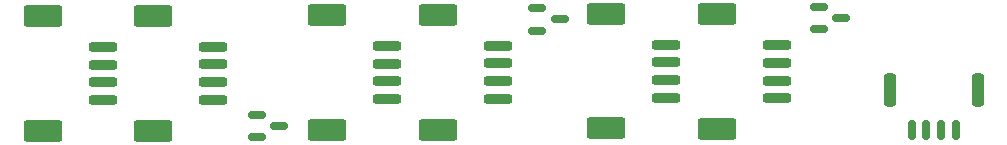
<source format=gbr>
%TF.GenerationSoftware,KiCad,Pcbnew,7.0.8*%
%TF.CreationDate,2024-02-06T22:23:07+01:00*%
%TF.ProjectId,HatV3,48617456-332e-46b6-9963-61645f706362,V2*%
%TF.SameCoordinates,Original*%
%TF.FileFunction,Paste,Bot*%
%TF.FilePolarity,Positive*%
%FSLAX46Y46*%
G04 Gerber Fmt 4.6, Leading zero omitted, Abs format (unit mm)*
G04 Created by KiCad (PCBNEW 7.0.8) date 2024-02-06 22:23:07*
%MOMM*%
%LPD*%
G01*
G04 APERTURE LIST*
G04 Aperture macros list*
%AMRoundRect*
0 Rectangle with rounded corners*
0 $1 Rounding radius*
0 $2 $3 $4 $5 $6 $7 $8 $9 X,Y pos of 4 corners*
0 Add a 4 corners polygon primitive as box body*
4,1,4,$2,$3,$4,$5,$6,$7,$8,$9,$2,$3,0*
0 Add four circle primitives for the rounded corners*
1,1,$1+$1,$2,$3*
1,1,$1+$1,$4,$5*
1,1,$1+$1,$6,$7*
1,1,$1+$1,$8,$9*
0 Add four rect primitives between the rounded corners*
20,1,$1+$1,$2,$3,$4,$5,0*
20,1,$1+$1,$4,$5,$6,$7,0*
20,1,$1+$1,$6,$7,$8,$9,0*
20,1,$1+$1,$8,$9,$2,$3,0*%
G04 Aperture macros list end*
%ADD10RoundRect,0.150000X-0.587500X-0.150000X0.587500X-0.150000X0.587500X0.150000X-0.587500X0.150000X0*%
%ADD11RoundRect,0.200000X-1.000000X0.200000X-1.000000X-0.200000X1.000000X-0.200000X1.000000X0.200000X0*%
%ADD12RoundRect,0.250000X-1.400000X0.650000X-1.400000X-0.650000X1.400000X-0.650000X1.400000X0.650000X0*%
%ADD13RoundRect,0.150000X0.150000X0.700000X-0.150000X0.700000X-0.150000X-0.700000X0.150000X-0.700000X0*%
%ADD14RoundRect,0.250000X0.250000X1.150000X-0.250000X1.150000X-0.250000X-1.150000X0.250000X-1.150000X0*%
G04 APERTURE END LIST*
D10*
%TO.C,U8*%
X177134178Y-104735178D03*
X177134178Y-102835178D03*
X179009178Y-103785178D03*
%TD*%
D11*
%TO.C,J8*%
X164177978Y-106041578D03*
X164177978Y-107541578D03*
X164177978Y-109041578D03*
X164177978Y-110541578D03*
D12*
X159127978Y-103441578D03*
X159127978Y-113141578D03*
%TD*%
D11*
%TO.C,J4*%
X149976400Y-106131800D03*
X149976400Y-107631800D03*
X149976400Y-109131800D03*
X149976400Y-110631800D03*
D12*
X144926400Y-103531800D03*
X144926400Y-113231800D03*
%TD*%
D11*
%TO.C,J3*%
X140567422Y-106146222D03*
X140567422Y-107646222D03*
X140567422Y-109146222D03*
X140567422Y-110646222D03*
D12*
X135517422Y-103546222D03*
X135517422Y-113246222D03*
%TD*%
D13*
%TO.C,J7*%
X188747400Y-113272400D03*
X187497400Y-113272400D03*
X186247400Y-113272400D03*
X184997400Y-113272400D03*
D14*
X190597400Y-109922400D03*
X183147400Y-109922400D03*
%TD*%
D10*
%TO.C,U4*%
X153314400Y-104846200D03*
X153314400Y-102946200D03*
X155189400Y-103896200D03*
%TD*%
D11*
%TO.C,J9*%
X173594578Y-106081378D03*
X173594578Y-107581378D03*
X173594578Y-109081378D03*
X173594578Y-110581378D03*
D12*
X168544578Y-103481378D03*
X168544578Y-113181378D03*
%TD*%
D10*
%TO.C,U2*%
X129579822Y-113903022D03*
X129579822Y-112003022D03*
X131454822Y-112953022D03*
%TD*%
D11*
%TO.C,J2*%
X125852822Y-106222422D03*
X125852822Y-107722422D03*
X125852822Y-109222422D03*
X125852822Y-110722422D03*
D12*
X120802822Y-103622422D03*
X120802822Y-113322422D03*
%TD*%
D11*
%TO.C,J1*%
X116547022Y-106246822D03*
X116547022Y-107746822D03*
X116547022Y-109246822D03*
X116547022Y-110746822D03*
D12*
X111497022Y-103646822D03*
X111497022Y-113346822D03*
%TD*%
M02*

</source>
